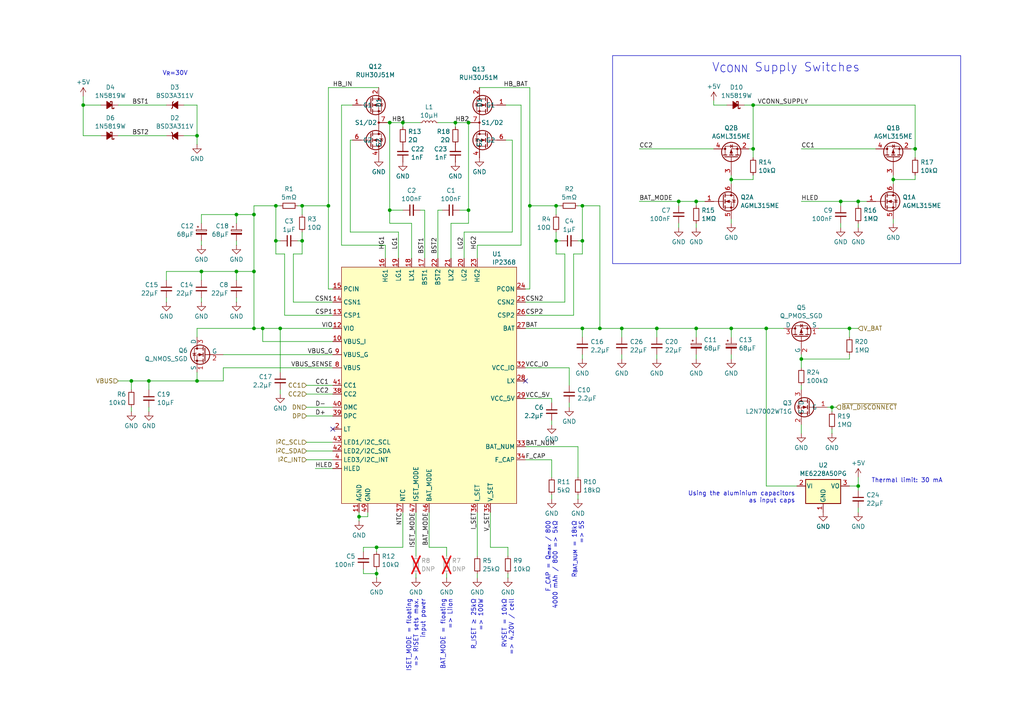
<source format=kicad_sch>
(kicad_sch (version 20241209) (generator "eeschema") (generator_version "9.0")
  (paper "A4")
  (title_block (rev "A"))
  (rectangle (start 177.673 16.129) (end 278.638 76.454))
  (text "F_CAP = Q_{max} / 800\n4000 mAh / 800 => 5kΩ" (at 160.02 151.13 90) (effects (font (size 1.27 1.27)) (justify right)))
  (text "BAT_MODE = floating\n=> LiIon" (at 129.54 173.736 90) (effects (font (size 1.27 1.27)) (justify right)))
  (text "RVSET = 10kΩ\n=> 4.20V / cell" (at 147.32 173.736 90) (effects (font (size 1.27 1.27)) (justify right)))
  (text "Thermal limit: 30 mA" (at 252.73 139.446 0) (effects (font (size 1.27 1.27)) (justify left)))
  (text "Using the aluminium capacitors\nas input caps" (at 230.632 144.272 0) (effects (font (size 1.27 1.27)) (justify right)))
  (text "ISET_MODE = floating\n=> RISET sets max.\ninput power" (at 120.65 173.736 90) (effects (font (size 1.27 1.27)) (justify right)))
  (text "DNP" (at 323.596 128.016 0) (effects (font (size 1.27 1.27))))
  (text "R_ISET ≥ 25kΩ\n=> 100W" (at 138.43 173.736 90) (effects (font (size 1.27 1.27)) (justify right)))
  (text "R_{BAT_NUM} = 18kΩ\n=> 5S" (at 167.64 151.13 90) (effects (font (size 1.27 1.27)) (justify right)))
  (text "V_{CONN} Supply Switches" (at 227.965 19.685 0) (effects (font (size 2.5 2.5))))
  (text "V_{R}=30V" (at 50.8 21.336 0) (effects (font (size 1.27 1.27))))
  (junction (at 109.22 158.75))
  (junction (at 87.63 69.85))
  (junction (at 173.99 95.25))
  (junction (at 241.3 118.11))
  (junction (at 168.91 95.25))
  (junction (at 68.58 78.74))
  (junction (at 190.5 95.25))
  (junction (at 73.66 95.25))
  (junction (at 95.25 59.69))
  (junction (at 232.41 104.14))
  (junction (at 153.67 59.69))
  (junction (at 113.03 35.56))
  (junction (at 135.89 60.96))
  (junction (at 265.43 43.18))
  (junction (at 312.42 144.78))
  (junction (at 24.13 30.48))
  (junction (at 201.93 95.25))
  (junction (at 248.92 140.97))
  (junction (at 73.66 78.74))
  (junction (at 38.1 110.49))
  (junction (at 201.93 58.42))
  (junction (at 212.09 95.25))
  (junction (at 68.58 62.23))
  (junction (at 212.09 52.07))
  (junction (at 218.44 30.48))
  (junction (at 168.91 59.69))
  (junction (at 243.84 58.42))
  (junction (at 109.22 166.37))
  (junction (at 80.01 59.69))
  (junction (at 259.08 52.07))
  (junction (at 104.14 149.86))
  (junction (at 218.44 43.18))
  (junction (at 43.18 110.49))
  (junction (at 73.66 62.23))
  (junction (at 80.01 69.85))
  (junction (at 246.38 95.25))
  (junction (at 317.5 144.78))
  (junction (at 116.84 35.56))
  (junction (at 161.29 69.85))
  (junction (at 135.89 35.56))
  (junction (at 339.09 144.78))
  (junction (at 161.29 59.69))
  (junction (at 196.85 58.42))
  (junction (at 248.92 58.42))
  (junction (at 87.63 59.69))
  (junction (at 180.34 95.25))
  (junction (at 81.28 95.25))
  (junction (at 168.91 69.85))
  (junction (at 113.03 60.96))
  (junction (at 58.42 78.74))
  (junction (at 132.08 35.56))
  (junction (at 57.15 110.49))
  (junction (at 222.25 95.25))
  (junction (at 57.15 39.37))
  (junction (at 76.2 95.25))
  (no_connect (at 152.4 110.49))
  (no_connect (at 96.52 124.46))
  (wire (pts (xy 96.52 99.06) (xy 76.2 99.06)))
  (wire (pts (xy 57.15 39.37) (xy 57.15 30.48)))
  (wire (pts (xy 217.17 43.18) (xy 218.44 43.18)))
  (wire (pts (xy 218.44 43.18) (xy 218.44 45.72)))
  (wire (pts (xy 88.9 128.27) (xy 96.52 128.27)))
  (wire (pts (xy 232.41 106.68) (xy 232.41 104.14)))
  (wire (pts (xy 248.92 64.77) (xy 248.92 66.04)))
  (wire (pts (xy 160.02 133.35) (xy 160.02 138.43)))
  (wire (pts (xy 24.13 30.48) (xy 24.13 39.37)))
  (wire (pts (xy 113.03 60.96) (xy 116.84 60.96)))
  (wire (pts (xy 165.1 116.84) (xy 165.1 118.11)))
  (wire (pts (xy 152.4 106.68) (xy 165.1 106.68)))
  (wire (pts (xy 151.13 30.48) (xy 151.13 71.12)))
  (wire (pts (xy 48.26 78.74) (xy 58.42 78.74)))
  (wire (pts (xy 57.15 107.95) (xy 57.15 110.49)))
  (wire (pts (xy 81.28 114.3) (xy 81.28 113.03)))
  (wire (pts (xy 106.68 148.59) (xy 106.68 149.86)))
  (wire (pts (xy 68.58 64.77) (xy 68.58 62.23)))
  (wire (pts (xy 82.55 73.66) (xy 82.55 91.44)))
  (wire (pts (xy 130.81 64.77) (xy 130.81 74.93)))
  (wire (pts (xy 161.29 67.31) (xy 161.29 69.85)))
  (wire (pts (xy 135.89 35.56) (xy 135.89 60.96)))
  (wire (pts (xy 312.42 151.13) (xy 312.42 152.4)))
  (wire (pts (xy 113.03 35.56) (xy 113.03 60.96)))
  (wire (pts (xy 80.01 59.69) (xy 80.01 69.85)))
  (wire (pts (xy 88.9 130.81) (xy 96.52 130.81)))
  (wire (pts (xy 168.91 102.87) (xy 168.91 104.14)))
  (wire (pts (xy 232.41 123.19) (xy 232.41 125.73)))
  (wire (pts (xy 146.685 40.64) (xy 148.59 40.64)))
  (wire (pts (xy 218.44 52.07) (xy 212.09 52.07)))
  (wire (pts (xy 246.38 95.25) (xy 248.92 95.25)))
  (wire (pts (xy 339.09 144.78) (xy 337.82 144.78)))
  (polyline (pts (xy 351.79 123.19) (xy 351.79 166.37)))
  (wire (pts (xy 64.77 106.68) (xy 64.77 110.49)))
  (wire (pts (xy 85.09 87.63) (xy 85.09 73.66)))
  (wire (pts (xy 168.91 95.25) (xy 173.99 95.25)))
  (wire (pts (xy 76.2 99.06) (xy 76.2 95.25)))
  (wire (pts (xy 222.25 95.25) (xy 227.33 95.25)))
  (wire (pts (xy 104.14 148.59) (xy 104.14 149.86)))
  (wire (pts (xy 58.42 78.74) (xy 68.58 78.74)))
  (wire (pts (xy 190.5 104.14) (xy 190.5 102.87)))
  (wire (pts (xy 167.64 144.78) (xy 167.64 143.51)))
  (wire (pts (xy 99.06 30.48) (xy 99.06 71.12)))
  (wire (pts (xy 339.09 142.24) (xy 339.09 144.78)))
  (wire (pts (xy 241.3 118.11) (xy 240.03 118.11)))
  (wire (pts (xy 160.02 144.78) (xy 160.02 143.51)))
  (wire (pts (xy 168.91 59.69) (xy 168.91 69.85)))
  (wire (pts (xy 142.24 158.75) (xy 142.24 148.59)))
  (wire (pts (xy 34.29 39.37) (xy 48.26 39.37)))
  (wire (pts (xy 58.42 87.63) (xy 58.42 86.36)))
  (wire (pts (xy 196.85 58.42) (xy 201.93 58.42)))
  (wire (pts (xy 168.91 95.25) (xy 168.91 97.79)))
  (wire (pts (xy 123.19 60.96) (xy 123.19 74.93)))
  (wire (pts (xy 112.395 35.56) (xy 113.03 35.56)))
  (wire (pts (xy 116.84 35.56) (xy 121.92 35.56)))
  (wire (pts (xy 109.22 158.75) (xy 109.22 160.02)))
  (wire (pts (xy 243.84 64.77) (xy 243.84 66.04)))
  (wire (pts (xy 243.84 58.42) (xy 248.92 58.42)))
  (wire (pts (xy 80.01 73.66) (xy 80.01 69.85)))
  (wire (pts (xy 57.15 30.48) (xy 53.34 30.48)))
  (wire (pts (xy 68.58 71.12) (xy 68.58 69.85)))
  (wire (pts (xy 168.91 73.66) (xy 166.37 73.66)))
  (wire (pts (xy 86.36 69.85) (xy 87.63 69.85)))
  (wire (pts (xy 201.93 64.77) (xy 201.93 66.04)))
  (polyline (pts (xy 299.72 123.19) (xy 351.79 123.19)))
  (wire (pts (xy 91.44 135.89) (xy 96.52 135.89)))
  (wire (pts (xy 105.41 166.37) (xy 105.41 165.1)))
  (wire (pts (xy 116.84 158.75) (xy 116.84 148.59)))
  (wire (pts (xy 201.93 58.42) (xy 201.93 59.69)))
  (wire (pts (xy 34.29 30.48) (xy 48.26 30.48)))
  (wire (pts (xy 88.9 111.76) (xy 96.52 111.76)))
  (wire (pts (xy 133.35 60.96) (xy 135.89 60.96)))
  (wire (pts (xy 312.42 144.78) (xy 312.42 146.05)))
  (wire (pts (xy 246.38 95.25) (xy 246.38 97.79)))
  (wire (pts (xy 265.43 43.18) (xy 265.43 45.72)))
  (wire (pts (xy 165.1 111.76) (xy 165.1 106.68)))
  (wire (pts (xy 53.34 39.37) (xy 57.15 39.37)))
  (wire (pts (xy 161.29 69.85) (xy 162.56 69.85)))
  (wire (pts (xy 48.26 78.74) (xy 48.26 81.28)))
  (wire (pts (xy 104.14 149.86) (xy 104.14 151.13)))
  (wire (pts (xy 138.43 71.12) (xy 138.43 74.93)))
  (wire (pts (xy 81.28 95.25) (xy 96.52 95.25)))
  (wire (pts (xy 232.41 104.14) (xy 232.41 102.87)))
  (wire (pts (xy 68.58 62.23) (xy 73.66 62.23)))
  (wire (pts (xy 246.38 102.87) (xy 246.38 104.14)))
  (wire (pts (xy 43.18 119.38) (xy 43.18 118.11)))
  (wire (pts (xy 80.01 73.66) (xy 82.55 73.66)))
  (wire (pts (xy 161.29 62.23) (xy 161.29 59.69)))
  (wire (pts (xy 246.38 104.14) (xy 232.41 104.14)))
  (wire (pts (xy 265.43 30.48) (xy 265.43 43.18)))
  (wire (pts (xy 138.43 148.59) (xy 138.43 161.29)))
  (wire (pts (xy 339.09 144.78) (xy 339.09 146.05)))
  (wire (pts (xy 248.92 138.43) (xy 248.92 140.97)))
  (wire (pts (xy 82.55 91.44) (xy 96.52 91.44)))
  (wire (pts (xy 38.1 110.49) (xy 34.29 110.49)))
  (wire (pts (xy 124.46 158.75) (xy 124.46 148.59)))
  (wire (pts (xy 85.09 73.66) (xy 87.63 73.66)))
  (wire (pts (xy 180.34 104.14) (xy 180.34 102.87)))
  (wire (pts (xy 218.44 30.48) (xy 218.44 43.18)))
  (wire (pts (xy 201.93 58.42) (xy 204.47 58.42)))
  (polyline (pts (xy 351.79 166.37) (xy 299.72 166.37)))
  (wire (pts (xy 196.85 64.77) (xy 196.85 66.04)))
  (wire (pts (xy 147.32 161.29) (xy 147.32 158.75)))
  (wire (pts (xy 135.89 64.77) (xy 135.89 60.96)))
  (wire (pts (xy 210.82 30.48) (xy 207.01 30.48)))
  (wire (pts (xy 259.08 53.34) (xy 259.08 52.07)))
  (wire (pts (xy 130.81 64.77) (xy 135.89 64.77)))
  (wire (pts (xy 243.84 58.42) (xy 243.84 59.69)))
  (wire (pts (xy 232.41 113.03) (xy 232.41 111.76)))
  (wire (pts (xy 99.06 71.12) (xy 111.76 71.12)))
  (wire (pts (xy 339.09 151.13) (xy 339.09 152.4)))
  (wire (pts (xy 105.41 158.75) (xy 109.22 158.75)))
  (wire (pts (xy 152.4 91.44) (xy 166.37 91.44)))
  (wire (pts (xy 180.34 95.25) (xy 180.34 97.79)))
  (wire (pts (xy 152.4 95.25) (xy 168.91 95.25)))
  (wire (pts (xy 68.58 78.74) (xy 73.66 78.74)))
  (wire (pts (xy 218.44 30.48) (xy 215.9 30.48)))
  (wire (pts (xy 134.62 67.31) (xy 134.62 74.93)))
  (wire (pts (xy 88.9 133.35) (xy 96.52 133.35)))
  (wire (pts (xy 105.41 160.02) (xy 105.41 158.75)))
  (wire (pts (xy 95.25 25.4) (xy 95.25 59.69)))
  (wire (pts (xy 113.03 35.56) (xy 116.84 35.56)))
  (wire (pts (xy 24.13 30.48) (xy 29.21 30.48)))
  (wire (pts (xy 147.32 158.75) (xy 142.24 158.75)))
  (wire (pts (xy 212.09 52.07) (xy 212.09 50.8)))
  (wire (pts (xy 207.01 30.48) (xy 207.01 29.21)))
  (wire (pts (xy 119.38 64.77) (xy 119.38 74.93)))
  (wire (pts (xy 43.18 110.49) (xy 38.1 110.49)))
  (wire (pts (xy 86.36 59.69) (xy 87.63 59.69)))
  (wire (pts (xy 129.54 167.64) (xy 129.54 166.37)))
  (wire (pts (xy 106.68 149.86) (xy 104.14 149.86)))
  (wire (pts (xy 242.57 118.11) (xy 241.3 118.11)))
  (wire (pts (xy 161.29 59.69) (xy 162.56 59.69)))
  (wire (pts (xy 168.91 59.69) (xy 173.99 59.69)))
  (wire (pts (xy 160.02 116.84) (xy 160.02 115.57)))
  (wire (pts (xy 312.42 144.78) (xy 312.42 142.24)))
  (wire (pts (xy 317.5 144.78) (xy 312.42 144.78)))
  (wire (pts (xy 68.58 87.63) (xy 68.58 86.36)))
  (wire (pts (xy 73.66 62.23) (xy 73.66 78.74)))
  (wire (pts (xy 196.85 58.42) (xy 196.85 59.69)))
  (wire (pts (xy 129.54 161.29) (xy 129.54 158.75)))
  (wire (pts (xy 222.25 140.97) (xy 231.14 140.97)))
  (wire (pts (xy 222.25 95.25) (xy 222.25 140.97)))
  (wire (pts (xy 153.67 59.69) (xy 161.29 59.69)))
  (wire (pts (xy 64.77 106.68) (xy 96.52 106.68)))
  (wire (pts (xy 201.93 95.25) (xy 201.93 97.79)))
  (wire (pts (xy 218.44 50.8) (xy 218.44 52.07)))
  (polyline (pts (xy 299.72 166.37) (xy 299.72 123.19)))
  (wire (pts (xy 43.18 110.49) (xy 57.15 110.49)))
  (wire (pts (xy 57.15 95.25) (xy 73.66 95.25)))
  (wire (pts (xy 173.99 95.25) (xy 180.34 95.25)))
  (wire (pts (xy 160.02 121.92) (xy 160.02 123.19)))
  (wire (pts (xy 138.43 167.64) (xy 138.43 166.37)))
  (wire (pts (xy 152.4 87.63) (xy 163.83 87.63)))
  (wire (pts (xy 320.04 148.59) (xy 317.5 148.59)))
  (wire (pts (xy 248.92 147.32) (xy 248.92 148.59)))
  (wire (pts (xy 102.235 40.64) (xy 101.6 40.64)))
  (wire (pts (xy 57.15 41.91) (xy 57.15 39.37)))
  (wire (pts (xy 161.29 69.85) (xy 161.29 73.66)))
  (wire (pts (xy 24.13 27.94) (xy 24.13 30.48)))
  (wire (pts (xy 201.93 95.25) (xy 212.09 95.25)))
  (wire (pts (xy 153.67 83.82) (xy 153.67 59.69)))
  (wire (pts (xy 73.66 78.74) (xy 73.66 95.25)))
  (wire (pts (xy 132.08 35.56) (xy 132.08 36.83)))
  (wire (pts (xy 88.9 120.65) (xy 96.52 120.65)))
  (wire (pts (xy 320.04 144.78) (xy 317.5 144.78)))
  (wire (pts (xy 58.42 78.74) (xy 58.42 81.28)))
  (wire (pts (xy 80.01 59.69) (xy 81.28 59.69)))
  (wire (pts (xy 148.59 67.31) (xy 134.62 67.31)))
  (wire (pts (xy 212.09 95.25) (xy 222.25 95.25)))
  (wire (pts (xy 167.64 69.85) (xy 168.91 69.85)))
  (wire (pts (xy 168.91 59.69) (xy 167.64 59.69)))
  (wire (pts (xy 109.22 158.75) (xy 116.84 158.75)))
  (wire (pts (xy 73.66 95.25) (xy 76.2 95.25)))
  (wire (pts (xy 87.63 59.69) (xy 87.63 62.23)))
  (wire (pts (xy 139.065 25.4) (xy 153.67 25.4)))
  (wire (pts (xy 127 60.96) (xy 127 74.93)))
  (wire (pts (xy 88.9 118.11) (xy 96.52 118.11)))
  (wire (pts (xy 166.37 73.66) (xy 166.37 91.44)))
  (wire (pts (xy 87.63 59.69) (xy 95.25 59.69)))
  (wire (pts (xy 212.09 53.34) (xy 212.09 52.07)))
  (wire (pts (xy 153.67 25.4) (xy 153.67 59.69)))
  (wire (pts (xy 232.41 43.18) (xy 254 43.18)))
  (wire (pts (xy 58.42 71.12) (xy 58.42 69.85)))
  (wire (pts (xy 259.08 64.77) (xy 259.08 63.5)))
  (wire (pts (xy 127 35.56) (xy 132.08 35.56)))
  (wire (pts (xy 173.99 59.69) (xy 173.99 95.25)))
  (wire (pts (xy 146.685 30.48) (xy 151.13 30.48)))
  (wire (pts (xy 248.92 140.97) (xy 246.38 140.97)))
  (wire (pts (xy 212.09 64.77) (xy 212.09 63.5)))
  (wire (pts (xy 151.13 71.12) (xy 138.43 71.12)))
  (wire (pts (xy 185.42 43.18) (xy 207.01 43.18)))
  (wire (pts (xy 99.06 30.48) (xy 102.235 30.48)))
  (wire (pts (xy 152.4 83.82) (xy 153.67 83.82)))
  (wire (pts (xy 241.3 118.11) (xy 241.3 119.38)))
  (wire (pts (xy 73.66 59.69) (xy 73.66 62.23)))
  (wire (pts (xy 115.57 67.31) (xy 115.57 74.93)))
  (wire (pts (xy 132.08 35.56) (xy 135.89 35.56)))
  (wire (pts (xy 68.58 78.74) (xy 68.58 81.28)))
  (wire (pts (xy 101.6 67.31) (xy 115.57 67.31)))
  (wire (pts (xy 129.54 158.75) (xy 124.46 158.75)))
  (wire (pts (xy 265.43 30.48) (xy 218.44 30.48)))
  (wire (pts (xy 87.63 73.66) (xy 87.63 69.85)))
  (wire (pts (xy 201.93 104.14) (xy 201.93 102.87)))
  (wire (pts (xy 248.92 142.24) (xy 248.92 140.97)))
  (wire (pts (xy 38.1 118.11) (xy 38.1 119.38)))
  (wire (pts (xy 57.15 95.25) (xy 57.15 97.79)))
  (wire (pts (xy 167.64 129.54) (xy 152.4 129.54)))
  (wire (pts (xy 109.22 166.37) (xy 109.22 167.64)))
  (wire (pts (xy 259.08 52.07) (xy 259.08 50.8)))
  (wire (pts (xy 212.09 104.14) (xy 212.09 102.87)))
  (wire (pts (xy 232.41 58.42) (xy 243.84 58.42)))
  (wire (pts (xy 87.63 69.85) (xy 87.63 67.31)))
  (wire (pts (xy 95.25 25.4) (xy 109.855 25.4)))
  (wire (pts (xy 148.59 40.64) (xy 148.59 67.31)))
  (wire (pts (xy 167.64 129.54) (xy 167.64 138.43)))
  (wire (pts (xy 152.4 133.35) (xy 160.02 133.35)))
  (wire (pts (xy 81.28 69.85) (xy 80.01 69.85)))
  (wire (pts (xy 113.03 64.77) (xy 113.03 60.96)))
  (wire (pts (xy 119.38 64.77) (xy 113.03 64.77)))
  (wire (pts (xy 168.91 73.66) (xy 168.91 69.85)))
  (wire (pts (xy 95.25 59.69) (xy 95.25 83.82)))
  (wire (pts (xy 237.49 95.25) (xy 246.38 95.25)))
  (wire (pts (xy 180.34 95.25) (xy 190.5 95.25)))
  (wire (pts (xy 120.65 167.64) (xy 120.65 166.37)))
  (wire (pts (xy 109.22 166.37) (xy 105.41 166.37)))
  (wire (pts (xy 147.32 167.64) (xy 147.32 166.37)))
  (wire (pts (xy 241.3 125.73) (xy 241.3 124.46)))
  (wire (pts (xy 85.09 87.63) (xy 96.52 87.63)))
  (wire (pts (xy 43.18 110.49) (xy 43.18 113.03)))
  (wire (pts (xy 96.52 83.82) (xy 95.25 83.82)))
  (wire (pts (xy 76.2 95.25) (xy 81.28 95.25)))
  (wire (pts (xy 111.76 71.12) (xy 111.76 74.93)))
  (wire (pts (xy 248.92 58.42) (xy 251.46 58.42)))
  (wire (pts (xy 58.42 64.77) (xy 58.42 62.23)))
  (wire (pts (xy 248.92 58.42) (xy 248.92 59.69)))
  (wire (pts (xy 128.27 60.96) (xy 127 60.96)))
  (wire (pts (xy 185.42 58.42) (xy 196.85 58.42)))
  (wire (pts (xy 265.43 50.8) (xy 265.43 52.07)))
  (wire (pts (xy 24.13 39.37) (xy 29.21 39.37)))
  (wire (pts (xy 116.84 35.56) (xy 116.84 36.83)))
  (wire (pts (xy 190.5 95.25) (xy 201.93 95.25)))
  (wire (pts (xy 57.15 110.49) (xy 64.77 110.49)))
  (wire (pts (xy 160.02 115.57) (xy 152.4 115.57)))
  (wire (pts (xy 121.92 60.96) (xy 123.19 60.96)))
  (wire (pts (xy 73.66 59.69) (xy 80.01 59.69)))
  (wire (pts (xy 190.5 95.25) (xy 190.5 97.79)))
  (wire (pts (xy 212.09 95.25) (xy 212.09 97.79)))
  (wire (pts (xy 265.43 52.07) (xy 259.08 52.07)))
  (wire (pts (xy 101.6 40.64) (xy 101.6 67.31)))
  (wire (pts (xy 264.16 43.18) (xy 265.43 43.18)))
  (wire (pts (xy 328.93 156.21) (xy 328.93 154.94)))
  (wire (pts (xy 58.42 62.23) (xy 68.58 62.23)))
  (wire (pts (xy 38.1 110.49) (xy 38.1 113.03)))
  (wire (pts (xy 48.26 87.63) (xy 48.26 86.36)))
  (wire (pts (xy 161.29 73.66) (xy 163.83 73.66)))
  (wire (pts (xy 135.89 35.56) (xy 136.525 35.56)))
  (wire (pts (xy 163.83 87.63) (xy 163.83 73.66)))
  (wire (pts (xy 88.9 114.3) (xy 96.52 114.3)))
  (wire (pts (xy 64.77 102.87) (xy 96.52 102.87)))
  (wire (pts (xy 317.5 148.59) (xy 317.5 144.78)))
  (wire (pts (xy 109.22 165.1) (xy 109.22 166.37)))
  (wire (pts (xy 81.28 107.95) (xy 81.28 95.25)))
  (wire (pts (xy 120.65 161.29) (xy 120.65 148.59)))
  (label "HB_IN" (at 96.52 25.4 0))
  (label "CSP1" (at 96.52 91.44 180))
  (label "BAT_NUM" (at 152.4 129.54 0))
  (label "HG2" (at 138.43 72.39 90))
  (label "BST1" (at 123.19 73.66 90))
  (label "CSN1" (at 96.52 87.63 180))
  (label "VBUS_G" (at 96.52 102.87 180))
  (label "CSP2" (at 152.4 91.44 0))
  (label "V_SET" (at 142.24 148.59 270))
  (label "BAT_MODE" (at 124.46 148.59 270))
  (label "CSN2" (at 152.4 87.63 0))
  (label "I_SET" (at 138.43 148.59 270))
  (label "BAT_MODE" (at 185.42 58.42 0))
  (label "LG2" (at 134.62 72.39 90))
  (label "ISET_MODE" (at 120.65 148.59 270))
  (label "HB1" (at 113.665 35.56 0))
  (label "HLED" (at 91.44 135.89 0))
  (label "CC2" (at 185.42 43.18 0))
  (label "VCONN_SUPPLY" (at 219.71 30.48 0))
  (label "HB_BAT" (at 146.05 25.4 0))
  (label "LG1" (at 115.57 72.39 90))
  (label "CC1" (at 91.44 111.76 0))
  (label "VCC_5V" (at 152.4 115.57 0))
  (label "BST1" (at 43.18 30.48 180))
  (label "D-" (at 91.44 118.11 0))
  (label "CC1" (at 232.41 43.18 0))
  (label "HB2" (at 132.08 35.56 0))
  (label "VBUS_SENSE" (at 96.52 106.68 180))
  (label "D+" (at 91.44 120.65 0))
  (label "BST2" (at 43.18 39.37 180))
  (label "F_CAP" (at 152.4 133.35 0))
  (label "NTC" (at 116.84 148.59 270))
  (label "BST2" (at 127 73.66 90))
  (label "HLED" (at 232.41 58.42 0))
  (label "HG1" (at 111.76 72.39 90))
  (label "BAT" (at 152.4 95.25 0))
  (label "CC2" (at 91.44 114.3 0))
  (label "VIO" (at 96.52 95.25 180))
  (label "VCC_IO" (at 152.4 106.68 0))
  (hierarchical_label "V_BAT" (shape input) (at 248.92 95.25 0))
  (hierarchical_label "CC2" (shape input) (at 88.9 114.3 180))
  (hierarchical_label "I^{2}C_SCL" (shape input) (at 88.9 128.27 180))
  (hierarchical_label "CC1" (shape input) (at 88.9 111.76 180))
  (hierarchical_label "I^{2}C_SDA" (shape input) (at 88.9 130.81 180))
  (hierarchical_label "VBUS" (shape input) (at 34.29 110.49 180))
  (hierarchical_label "~{BAT_DISCONNECT}" (shape input) (at 242.57 118.11 0))
  (hierarchical_label "DP" (shape input) (at 88.9 120.65 180))
  (hierarchical_label "I^{2}C_INT" (shape input) (at 88.9 133.35 180))
  (hierarchical_label "DN" (shape input) (at 88.9 118.11 180))
  (symbol (lib_id "Device:L_Small") (at 124.46 35.56 270) (mirror x) (unit 1)
    (property "Reference" "L1" (at 124.46 31.0367 90))
    (property "Value" "10µH" (at 124.46 33.461 90))
    (property "Footprint" "Franz-Lib:7443762504100" (effects (hide yes)))
    (property "Description" "Inductor, small symbol" (effects (hide yes)))
  )
  (symbol (lib_id "power:GND") (at 248.92 66.04 0) (unit 1)
    (property "Reference" "#PWR016" (effects (hide yes)))
    (property "Value" "GND" (at 248.92 70.1731 0))
    (property "Description" "Power symbol creates a global label with name \"GND\" , ground" (effects (hide yes)))
  )
  (symbol (lib_id "Device:C_Small") (at 165.1 69.85 90) (mirror x) (unit 1)
    (property "Reference" "C4" (at 165.1063 64.1434 90))
    (property "Value" "1µF" (at 165.1063 66.5677 90))
    (property "Footprint" "Franz-Lib:C_0402_1005Metric_NoSilk" (effects (hide yes)))
    (property "Description" "Unpolarized capacitor, small symbol" (effects (hide yes)))
  )
  (symbol (lib_id "power:GND") (at 48.26 87.63 0) (unit 1)
    (property "Reference" "#PWR040" (effects (hide yes)))
    (property "Value" "GND" (at 48.26 91.7631 0))
    (property "Description" "Power symbol creates a global label with name \"GND\" , ground" (effects (hide yes)))
  )
  (symbol (lib_id "power:GND") (at 132.08 46.99 0) (unit 1)
    (property "Reference" "#PWR046" (effects (hide yes)))
    (property "Value" "GND" (at 132.08 51.1231 0))
    (property "Description" "Power symbol creates a global label with name \"GND\" , ground" (effects (hide yes)))
  )
  (symbol (lib_id "Franz-Lib:IP2368") (at 124.46 120.65 0) (unit 1)
    (property "Reference" "U1" (at 142.748 73.66 0) (effects (justify left)))
    (property "Value" "IP2368" (at 142.748 76.0843 0) (effects (justify left)))
    (property "Footprint" "Franz-Lib:QFN-48-1EP_7x7mm_P0.5mm_EP5.45x5.45mm_NoSilk" (effects (hide yes)))
    (property "Datasheet" "http://www.chipsourcetek.com/DataSheet/IP2368_v1.35.pdf" (effects (hide yes)))
    (property "Description" "Buck Boost PD3.0 2-6s LiIon Charging IC" (effects (hide yes)))
  )
  (symbol (lib_id "Device:R_Small") (at 248.92 62.23 180) (unit 1)
    (property "Reference" "R16" (at 250.4186 61.0179 0) (effects (justify right)))
    (property "Value" "1MΩ" (at 250.4186 63.4421 0) (effects (justify right)))
    (property "Footprint" "Franz-Lib:R_0402_1005Metric_NoSilk" (effects (hide yes)))
    (property "Description" "Resistor, small symbol" (effects (hide yes)))
  )
  (symbol (lib_id "power:GND") (at 57.15 41.91 0) (unit 1)
    (property "Reference" "#PWR049" (effects (hide yes)))
    (property "Value" "GND" (at 57.15 46.0431 0))
    (property "Description" "Power symbol creates a global label with name \"GND\" , ground" (effects (hide yes)))
  )
  (symbol (lib_id "Device:Q_NMOS_SGD") (at 59.69 102.87 0) (mirror y) (unit 1)
    (property "Reference" "Q6" (at 54.4831 101.6578 0) (effects (justify left)))
    (property "Value" "Q_NMOS_SGD" (at 54.4831 104.0821 0) (effects (justify left)))
    (property "Footprint" "Franz-Lib:WDFN8_NoSilk" (effects (hide yes)))
    (property "Description" "N-MOSFET transistor, source/gate/drain" (effects (hide yes)))
  )
  (symbol (lib_id "Device:C_Small") (at 116.84 44.45 180) (unit 1)
    (property "Reference" "C22" (at 119.1641 43.2314 0) (effects (justify right)))
    (property "Value" "1nF" (at 119.1641 45.6557 0) (effects (justify right)))
    (property "Footprint" "Franz-Lib:C_0402_1005Metric_NoSilk" (effects (hide yes)))
    (property "Description" "Unpolarized capacitor, small symbol" (effects (hide yes)))
  )
  (symbol (lib_id "Device:C_Small") (at 243.84 62.23 0) (mirror y) (unit 1)
    (property "Reference" "C9" (at 241.516 61.0241 0) (effects (justify left)))
    (property "Value" "100nF" (at 241.516 63.4484 0) (effects (justify left)))
    (property "Footprint" "Franz-Lib:C_0402_1005Metric_NoSilk" (effects (hide yes)))
    (property "Description" "Unpolarized capacitor, small symbol" (effects (hide yes)))
  )
  (symbol (lib_id "Device:R_Small") (at 116.84 39.37 180) (unit 1)
    (property "Reference" "R13" (at 118.3386 38.1578 0) (effects (justify right)))
    (property "Value" "2Ω" (at 118.3386 40.5821 0) (effects (justify right)))
    (property "Footprint" "Franz-Lib:R_0402_1005Metric_NoSilk" (effects (hide yes)))
    (property "Description" "Resistor, small symbol" (effects (hide yes)))
  )
  (symbol (lib_id "power:GND") (at 138.43 167.64 0) (unit 1)
    (property "Reference" "#PWR029" (effects (hide yes)))
    (property "Value" "GND" (at 138.43 171.7731 0))
    (property "Description" "Power symbol creates a global label with name \"GND\" , ground" (effects (hide yes)))
  )
  (symbol (lib_id "Device:R_Small") (at 246.38 100.33 180) (unit 1)
    (property "Reference" "R20" (at 247.8786 99.1179 0) (effects (justify right)))
    (property "Value" "1MΩ" (at 247.8786 101.5421 0) (effects (justify right)))
    (property "Footprint" "Franz-Lib:R_0402_1005Metric_NoSilk" (effects (hide yes)))
    (property "Description" "Resistor, small symbol" (effects (hide yes)))
  )
  (symbol (lib_id "Device:R_Small") (at 160.02 140.97 180) (unit 1)
    (property "Reference" "R11" (at 161.5186 139.7578 0) (effects (justify right)))
    (property "Value" "5kΩ" (at 161.5186 142.1821 0) (effects (justify right)))
    (property "Footprint" "Franz-Lib:R_0402_1005Metric_NoSilk" (effects (hide yes)))
    (property "Description" "Resistor, small symbol" (effects (hide yes)))
  )
  (symbol (lib_id "power:GND") (at 167.64 144.78 0) (unit 1)
    (property "Reference" "#PWR032" (effects (hide yes)))
    (property "Value" "GND" (at 167.64 148.9131 0))
    (property "Description" "Power symbol creates a global label with name \"GND\" , ground" (effects (hide yes)))
  )
  (symbol (lib_id "Device:C_Small") (at 132.08 44.45 0) (mirror x) (unit 1)
    (property "Reference" "C23" (at 129.7559 43.2314 0) (effects (justify right)))
    (property "Value" "1nF" (at 129.7559 45.6557 0) (effects (justify right)))
    (property "Footprint" "Franz-Lib:C_0402_1005Metric_NoSilk" (effects (hide yes)))
    (property "Description" "Unpolarized capacitor, small symbol" (effects (hide yes)))
  )
  (symbol (lib_id "Device:R_Small") (at 38.1 115.57 0) (mirror x) (unit 1)
    (property "Reference" "R6" (at 36.6014 114.3578 0) (effects (justify right)))
    (property "Value" "10kΩ" (at 36.6014 116.7821 0) (effects (justify right)))
    (property "Footprint" "Franz-Lib:R_0402_1005Metric_NoSilk" (effects (hide yes)))
    (property "Description" "Resistor, small symbol" (effects (hide yes)))
  )
  (symbol (lib_id "Regulator_Linear:MCP1700x-180xxMB") (at 238.76 140.97 0) (unit 1)
    (property "Reference" "U2" (at 238.76 134.9205 0))
    (property "Value" "ME6228A50PG" (at 238.76 137.3448 0))
    (property "Footprint" "Franz-Lib:SOT-89-3_NoSilk" (effects (hide yes)))
    (property "Datasheet" "https://www.lcsc.com/datasheet/lcsc_datasheet_1912111437_MICRONE-Nanjing-Micro-One-Elec-ME6228A50PG_C427605.pdf" (effects (hide yes)))
    (property "Description" "150mA Fixed 5V Positive electrode 30V SOT-89-3 Linear Voltage Regulators (LDO) ROHS" (effects (hide yes)))
  )
  (symbol (lib_id "Device:C_Small") (at 119.38 60.96 90) (mirror x) (unit 1)
    (property "Reference" "C2" (at 119.3863 55.2534 90))
    (property "Value" "100nF" (at 119.3863 57.6777 90))
    (property "Footprint" "Franz-Lib:C_0402_1005Metric_NoSilk" (effects (hide yes)))
    (property "Description" "Unpolarized capacitor, small symbol" (effects (hide yes)))
  )
  (symbol (lib_id "power:GND") (at 160.02 144.78 0) (unit 1)
    (property "Reference" "#PWR031" (effects (hide yes)))
    (property "Value" "GND" (at 160.02 148.9131 0))
    (property "Description" "Power symbol creates a global label with name \"GND\" , ground" (effects (hide yes)))
  )
  (symbol (lib_id "Device:R_Small") (at 138.43 163.83 180) (unit 1)
    (property "Reference" "R5" (at 139.9286 162.6178 0) (effects (justify right)))
    (property "Value" "25kΩ" (at 139.9286 165.0421 0) (effects (justify right)))
    (property "Footprint" "Franz-Lib:R_0402_1005Metric_NoSilk" (effects (hide yes)))
    (property "Description" "Resistor, small symbol" (effects (hide yes)))
  )
  (symbol (lib_id "power:GND") (at 160.02 123.19 0) (unit 1)
    (property "Reference" "#PWR035" (effects (hide yes)))
    (property "Value" "GND" (at 160.02 127.3231 0))
    (property "Description" "Power symbol creates a global label with name \"GND\" , ground" (effects (hide yes)))
  )
  (symbol (lib_id "power:GND") (at 243.84 66.04 0) (unit 1)
    (property "Reference" "#PWR014" (effects (hide yes)))
    (property "Value" "GND" (at 243.84 70.1731 0))
    (property "Description" "Power symbol creates a global label with name \"GND\" , ground" (effects (hide yes)))
  )
  (symbol (lib_id "Device:C_Small") (at 83.82 69.85 90) (mirror x) (unit 1)
    (property "Reference" "C3" (at 83.8263 64.1434 90))
    (property "Value" "1µF" (at 83.8263 66.5677 90))
    (property "Footprint" "Franz-Lib:C_0402_1005Metric_NoSilk" (effects (hide yes)))
    (property "Description" "Unpolarized capacitor, small symbol" (effects (hide yes)))
  )
  (symbol (lib_id "power:GND") (at 196.85 66.04 0) (unit 1)
    (property "Reference" "#PWR010" (effects (hide yes)))
    (property "Value" "GND" (at 196.85 70.1731 0))
    (property "Description" "Power symbol creates a global label with name \"GND\" , ground" (effects (hide yes)))
  )
  (symbol (lib_id "Device:R_Small") (at 161.29 64.77 0) (mirror x) (unit 1)
    (property "Reference" "R4" (at 159.7914 63.5579 0) (effects (justify right)))
    (property "Value" "10Ω" (at 159.7914 65.9821 0) (effects (justify right)))
    (property "Footprint" "Franz-Lib:R_0402_1005Metric_NoSilk" (effects (hide yes)))
    (property "Description" "Resistor, small symbol" (effects (hide yes)))
  )
  (symbol (lib_id "power:GND") (at 168.91 104.14 0) (mirror y) (unit 1)
    (property "Reference" "#PWR025" (effects (hide yes)))
    (property "Value" "GND" (at 168.91 108.2731 0))
    (property "Description" "Power symbol creates a global label with name \"GND\" , ground" (effects (hide yes)))
  )
  (symbol (lib_id "power:GND") (at 58.42 87.63 0) (unit 1)
    (property "Reference" "#PWR039" (effects (hide yes)))
    (property "Value" "GND" (at 58.42 91.7631 0))
    (property "Description" "Power symbol creates a global label with name \"GND\" , ground" (effects (hide yes)))
  )
  (symbol (lib_id "Device:R_Small") (at 120.65 163.83 180) (unit 1) (on_board no) (dnp yes)
    (property "Reference" "R8" (at 122.1486 162.6178 0) (effects (justify right)))
    (property "Value" "DNP" (at 122.1486 165.0421 0) (effects (justify right)))
    (property "Footprint" "Franz-Lib:R_0402_1005Metric_NoSilk_DNP" (effects (hide yes)))
    (property "Description" "Resistor, small symbol" (effects (hide yes)))
  )
  (symbol (lib_id "power:GND") (at 180.34 104.14 0) (mirror y) (unit 1)
    (property "Reference" "#PWR053" (effects (hide yes)))
    (property "Value" "GND" (at 180.34 108.2731 0))
    (property "Description" "Power symbol creates a global label with name \"GND\" , ground" (effects (hide yes)))
  )
  (symbol (lib_id "Device:R_Small") (at 241.3 121.92 180) (unit 1)
    (property "Reference" "R19" (at 242.7986 120.7079 0) (effects (justify right)))
    (property "Value" "1MΩ" (at 242.7986 123.1321 0) (effects (justify right)))
    (property "Footprint" "Franz-Lib:R_0402_1005Metric_NoSilk" (effects (hide yes)))
    (property "Description" "Resistor, small symbol" (effects (hide yes)))
  )
  (symbol (lib_id "Device:R_Small") (at 129.54 163.83 180) (unit 1) (on_board no) (dnp yes)
    (property "Reference" "R7" (at 131.0386 162.6178 0) (effects (justify right)))
    (property "Value" "DNP" (at 131.0386 165.0421 0) (effects (justify right)))
    (property "Footprint" "Franz-Lib:R_0402_1005Metric_NoSilk_DNP" (effects (hide yes)))
    (property "Description" "Resistor, small symbol" (effects (hide yes)))
  )
  (symbol (lib_id "Device:C_Small") (at 160.02 119.38 0) (mirror y) (unit 1)
    (property "Reference" "C6" (at 157.6959 118.1741 0) (effects (justify left)))
    (property "Value" "2.2µF" (at 157.6959 120.5984 0) (effects (justify left)))
    (property "Footprint" "Franz-Lib:C_0402_1005Metric_NoSilk" (effects (hide yes)))
    (property "Description" "Unpolarized capacitor, small symbol" (effects (hide yes)))
  )
  (symbol (lib_id "Device:R_Small") (at 167.64 140.97 180) (unit 1)
    (property "Reference" "R10" (at 169.1386 139.7578 0) (effects (justify right)))
    (property "Value" "18kΩ" (at 169.1386 142.1821 0) (effects (justify right)))
    (property "Footprint" "Franz-Lib:R_0402_1005Metric_NoSilk" (effects (hide yes)))
    (property "Description" "Resistor, small symbol" (effects (hide yes)))
  )
  (symbol (lib_id "power:+3.3V") (at 339.09 142.24 0) (unit 1)
    (property "Reference" "#PWR061" (effects (hide yes)))
    (property "Value" "+3.3V" (at 339.09 138.1069 0))
    (property "Description" "Power symbol creates a global label with name \"+3.3V\"" (effects (hide yes)))
  )
  (symbol (lib_id "Device:Q_PMOS_SGD") (at 232.41 97.79 90) (unit 1)
    (property "Reference" "Q5" (at 232.41 89.2005 90))
    (property "Value" "Q_PMOS_SGD" (at 232.41 91.6248 90))
    (property "Footprint" "Franz-Lib:WDFN8_NoSilk" (effects (hide yes)))
    (property "Description" "P-MOSFET transistor, source/gate/drain" (effects (hide yes)))
  )
  (symbol (lib_id "Device:C_Small") (at 190.5 100.33 0) (unit 1)
    (property "Reference" "C20" (at 192.8241 99.1241 0) (effects (justify left)))
    (property "Value" "22µF" (at 192.8241 101.5484 0) (effects (justify left)))
    (property "Footprint" "Franz-Lib:C_0805_2012Metric_NoSilk" (effects (hide yes)))
    (property "Description" "Unpolarized capacitor, small symbol" (effects (hide yes)))
  )
  (symbol (lib_id "power:+5V") (at 312.42 142.24 0) (unit 1)
    (property "Reference" "#PWR060" (effects (hide yes)))
    (property "Value" "+5V" (at 312.42 138.1069 0))
    (property "Description" "Power symbol creates a global label with name \"+5V\"" (effects (hide yes)))
  )
  (symbol (lib_id "Device:D_Schottky_Small_Filled") (at 31.75 39.37 180) (unit 1)
    (property "Reference" "D6" (at 32.004 34.2095 0))
    (property "Value" "1N5819W" (at 32.004 36.6338 0))
    (property "Footprint" "Franz-Lib:D_SOD-323_SmallSilk" (effects (hide yes)))
    (property "Description" "Schottky diode, small symbol, filled shape" (effects (hide yes)))
  )
  (symbol (lib_id "Franz-Lib:AGML315ME") (at 259.08 45.72 270) (mirror x) (unit 2)
    (property "Reference" "Q1" (at 259.08 37.1305 90))
    (property "Value" "AGML315ME" (at 259.08 39.5548 90))
    (property "Footprint" "Franz-Lib:SOT-23-6_NoSilk" (effects (hide yes)))
    (property "Datasheet" "https://www.lcsc.com/datasheet/lcsc_datasheet_2310121803_AGM-Semi-AGML315ME_C18221386.pdf" (effects (hide yes)))
    (property "Description" "30V 1.28W 900mV@250uA 1PCSN-Channel&1PCSP-Channel SOT-23-6L MOSFETs ROHS " (effects (hide yes)))
  )
  (symbol (lib_name "RUH30J51M_1") (lib_id "Franz-Lib:RUH30J51M") (at 107.315 35.56 0) (unit 1)
    (property "Reference" "Q12" (at 108.839 19.304 0))
    (property "Value" "RUH30J51M" (at 108.839 21.7283 0))
    (property "Footprint" "Franz-Lib:DFN-8_L6.0-W5.0-P1.27_AON6938" (effects (hide yes)))
    (property "Datasheet" "https://datasheet.lcsc.com/lcsc/2206141530_Shenzhen-ruichips-Semicon-RUH30J51M_C3019595.pdf" (effects (hide yes)))
    (property "Description" "Dual Symmetric N-Channel MOSFET 30V 50A " (effects (hide yes)))
  )
  (symbol (lib_id "Device:C_Polarized_Small") (at 212.09 100.33 0) (unit 1)
    (property "Reference" "C13" (at 214.249 98.5717 0) (effects (justify left)))
    (property "Value" "68µF" (at 214.249 100.996 0) (effects (justify left)))
    (property "Footprint" "Franz-Lib:CP_Elec_6.3x6.0" (effects (hide yes)))
    (property "Description" "Polarized capacitor, small symbol" (effects (hide yes)))
  )
  (symbol (lib_id "power:GND") (at 165.1 118.11 0) (mirror y) (unit 1)
    (property "Reference" "#PWR036" (effects (hide yes)))
    (property "Value" "GND" (at 165.1 122.2431 0))
    (property "Description" "Power symbol creates a global label with name \"GND\" , ground" (effects (hide yes)))
  )
  (symbol (lib_id "power:GND") (at 328.93 156.21 0) (unit 1)
    (property "Reference" "#PWR059" (effects (hide yes)))
    (property "Value" "GND" (at 328.93 160.3431 0))
    (property "Description" "Power symbol creates a global label with name \"GND\" , ground" (effects (hide yes)))
  )
  (symbol (lib_id "Device:C_Small") (at 248.92 144.78 0) (mirror y) (unit 1)
    (property "Reference" "C24" (at 251.2441 143.5741 0) (effects (justify right)))
    (property "Value" "22µF" (at 251.2441 145.9984 0) (effects (justify right)))
    (property "Footprint" "Franz-Lib:C_0603_1608Metric_NoSilk" (effects (hide yes)))
    (property "Description" "Unpolarized capacitor, small symbol" (effects (hide yes)))
  )
  (symbol (lib_id "power:GND") (at 38.1 119.38 0) (unit 1)
    (property "Reference" "#PWR026" (effects (hide yes)))
    (property "Value" "GND" (at 38.1 123.5131 0))
    (property "Description" "Power symbol creates a global label with name \"GND\" , ground" (effects (hide yes)))
  )
  (symbol (lib_id "Device:R_Small") (at 83.82 59.69 90) (unit 1)
    (property "Reference" "R1" (at 83.82 54.8091 90))
    (property "Value" "5mΩ" (at 83.82 57.2333 90))
    (property "Footprint" "Franz-Lib:R_1206_3216Metric_NoSilk" (effects (hide yes)))
    (property "Description" "Resistor, small symbol" (effects (hide yes)))
  )
  (symbol (lib_id "power:GND") (at 259.08 64.77 0) (unit 1)
    (property "Reference" "#PWR018" (effects (hide yes)))
    (property "Value" "GND" (at 259.08 68.9031 0))
    (property "Description" "Power symbol creates a global label with name \"GND\" , ground" (effects (hide yes)))
  )
  (symbol (lib_id "power:GND") (at 139.065 45.72 0) (unit 1)
    (property "Reference" "#PWR07" (effects (hide yes)))
    (property "Value" "GND" (at 139.065 49.8531 0))
    (property "Description" "Power symbol creates a global label with name \"GND\" , ground" (effects (hide yes)))
  )
  (symbol (lib_id "Device:D_Schottky_Small_Filled") (at 31.75 30.48 180) (unit 1)
    (property "Reference" "D4" (at 32.004 25.3195 0))
    (property "Value" "1N5819W" (at 32.004 27.7438 0))
    (property "Footprint" "Franz-Lib:D_SOD-323_SmallSilk" (effects (hide yes)))
    (property "Description" "Schottky diode, small symbol, filled shape" (effects (hide yes)))
  )
  (symbol (lib_id "power:GND") (at 212.09 104.14 0) (mirror y) (unit 1)
    (property "Reference" "#PWR028" (effects (hide yes)))
    (property "Value" "GND" (at 212.09 108.2731 0))
    (property "Description" "Power symbol creates a global label with name \"GND\" , ground" (effects (hide yes)))
  )
  (symbol (lib_id "Device:R_Small") (at 201.93 62.23 180) (unit 1)
    (property "Reference" "R15" (at 203.4286 61.0179 0) (effects (justify right)))
    (property "Value" "1MΩ" (at 203.4286 63.4421 0) (effects (justify right)))
    (property "Footprint" "Franz-Lib:R_0402_1005Metric_NoSilk" (effects (hide yes)))
    (property "Description" "Resistor, small symbol" (effects (hide yes)))
  )
  (symbol (lib_id "power:GND") (at 120.65 167.64 0) (unit 1)
    (property "Reference" "#PWR09" (effects (hide yes)))
    (property "Value" "GND" (at 120.65 171.7731 0))
    (property "Description" "Power symbol creates a global label with name \"GND\" , ground" (effects (hide yes)))
  )
  (symbol (lib_id "Device:C_Small") (at 58.42 83.82 0) (mirror y) (unit 1)
    (property "Reference" "C14" (at 56.0959 82.6141 0) (effects (justify left)))
    (property "Value" "22µF" (at 56.0959 85.0384 0) (effects (justify left)))
    (property "Footprint" "Franz-Lib:C_0805_2012Metric_NoSilk" (effects (hide yes)))
    (property "Description" "Unpolarized capacitor, small symbol" (effects (hide yes)))
  )
  (symbol (lib_id "Device:C_Small") (at 48.26 83.82 0) (mirror y) (unit 1)
    (property "Reference" "C15" (at 45.9359 82.6141 0) (effects (justify left)))
    (property "Value" "22µF" (at 45.9359 85.0384 0) (effects (justify left)))
    (property "Footprint" "Franz-Lib:C_0805_2012Metric_NoSilk" (effects (hide yes)))
    (property "Description" "Unpolarized capacitor, small symbol" (effects (hide yes)))
  )
  (symbol (lib_id "Franz-Lib:DS8561-33D4") (at 328.93 147.32 0) (unit 1) (in_bom no) (dnp yes)
    (property "Reference" "U3" (at 328.93 138.2225 0))
    (property "Value" "DS8561-33D4" (at 328.93 140.6468 0))
    (property "Footprint" "Franz-Lib:UDFN-4-1EP_1x1mm_P0.65mm_EP0.48x0.48mm_NoSilk_DNP" (effects (hide yes)))
    (property "Datasheet" "https://www.lcsc.com/datasheet/lcsc_datasheet_2305121704_DSTECH-DS8561-33D4_C5795642.pdf" (effects (hide yes)))
    (property "Description" "75dB@(1kHz) 300mA null 3.3V Positive electrode DFN1x1-4L Linear Voltage Regulators (LDO) ROHS " (effects (hide yes)))
  )
  (symbol (lib_id "Device:R_Small") (at 218.44 48.26 180) (unit 1)
    (property "Reference" "R14" (at 219.9386 47.0479 0) (effects (justify right)))
    (property "Value" "10kΩ" (at 219.9386 49.4721 0) (effects (justify right)))
    (property "Footprint" "Franz-Lib:R_0402_1005Metric_NoSilk" (effects (hide yes)))
    (property "Description" "Resistor, small symbol" (effects (hide yes)))
  )
  (symbol (lib_id "Franz-Lib:TVS_Small_Filled_Unidirectional") (at 50.8 39.37 0) (unit 1)
    (property "Reference" "D2" (at 50.673 34.2095 0))
    (property "Value" "BSD3A311V" (at 50.673 36.6338 0))
    (property "Footprint" "Franz-Lib:D_SOD-323_SmallSilk" (effects (hide yes)))
    (property "Description" "Diode, small symbol, filled shape" (effects (hide yes)))
  )
  (symbol (lib_id "Device:R_Small") (at 147.32 163.83 180) (unit 1)
    (property "Reference" "R9" (at 148.8186 162.6178 0) (effects (justify right)))
    (property "Value" "10kΩ" (at 148.8186 165.0421 0) (effects (justify right)))
    (property "Footprint" "Franz-Lib:R_0402_1005Metric_NoSilk" (effects (hide yes)))
    (property "Description" "Resistor, small symbol" (effects (hide yes)))
  )
  (symbol (lib_id "power:GND") (at 201.93 66.04 0) (unit 1)
    (property "Reference" "#PWR011" (effects (hide yes)))
    (property "Value" "GND" (at 201.93 70.1731 0))
    (property "Description" "Power symbol creates a global label with name \"GND\" , ground" (effects (hide yes)))
  )
  (symbol (lib_id "Device:C_Small") (at 43.18 115.57 0) (mirror y) (unit 1)
    (property "Reference" "C19" (at 45.5041 114.3641 0) (effects (justify right)))
    (property "Value" "10µF" (at 45.5041 116.7884 0) (effects (justify right)))
    (property "Footprint" "Franz-Lib:C_0603_1608Metric_NoSilk" (effects (hide yes)))
    (property "Description" "Unpolarized capacitor, small symbol" (effects (hide yes)))
  )
  (symbol (lib_id "power:GND") (at 116.84 46.99 0) (unit 1)
    (property "Reference" "#PWR047" (effects (hide yes)))
    (property "Value" "GND" (at 116.84 51.1231 0))
    (property "Description" "Power symbol creates a global label with name \"GND\" , ground" (effects (hide yes)))
  )
  (symbol (lib_id "power:GND") (at 81.28 114.3 0) (mirror y) (unit 1)
    (property "Reference" "#PWR043" (effects (hide yes)))
    (property "Value" "GND" (at 81.28 118.4331 0))
    (property "Description" "Power symbol creates a global label with name \"GND\" , ground" (effects (hide yes)))
  )
  (symbol (lib_id "Device:R_Small") (at 109.22 162.56 0) (unit 1)
    (property "Reference" "R12" (at 110.7186 161.3478 0) (effects (justify left)))
    (property "Value" "10kΩ" (at 110.7186 163.7721 0) (effects (justify left)))
    (property "Footprint" "Franz-Lib:R_0402_1005Metric_NoSilk" (effects (hide yes)))
    (property "Description" "Resistor, small symbol" (effects (hide yes)))
  )
  (symbol (lib_id "Device:C_Polarized_Small") (at 68.58 67.31 0) (unit 1)
    (property "Reference" "C18" (at 66.421 65.5517 0) (effects (justify right)))
    (property "Value" "68µF" (at 66.421 67.976 0) (effects (justify right)))
    (property "Footprint" "Franz-Lib:CP_Elec_6.3x6.0" (effects (hide yes)))
    (property "Description" "Polarized capacitor, small symbol" (effects (hide yes)))
  )
  (symbol (lib_id "Device:C_Small") (at 339.09 148.59 0) (unit 1) (in_bom no) (dnp yes)
    (property "Reference" "C21" (at 341.4141 147.3841 0) (effects (justify left)))
    (property "Value" "2.2µF" (at 341.4141 149.8084 0) (effects (justify left)))
    (property "Footprint" "Franz-Lib:C_0402_1005Metric_NoSilk_DNP" (effects (hide yes)))
    (property "Description" "Unpolarized capacitor, small symbol" (effects (hide yes)))
  )
  (symbol (lib_id "Device:C_Small") (at 180.34 100.33 0) (unit 1)
    (property "Reference" "C26" (at 182.6641 99.1241 0) (effects (justify left)))
    (property "Value" "22µF" (at 182.6641 101.5484 0) (effects (justify left)))
    (property "Footprint" "Franz-Lib:C_0805_2012Metric_NoSilk" (effects (hide yes)))
    (property "Description" "Unpolarized capacitor, small symbol" (effects (hide yes)))
  )
  (symbol (lib_id "Franz-Lib:TVS_Small_Filled_Unidirectional") (at 50.8 30.48 0) (mirror x) (unit 1)
    (property "Reference" "D3" (at 50.673 25.3195 0))
    (property "Value" "BSD3A311V" (at 50.673 27.7438 0))
    (property "Footprint" "Franz-Lib:D_SOD-323_SmallSilk" (effects (hide yes)))
    (property "Description" "Diode, small symbol, filled shape" (effects (hide yes)))
  )
  (symbol (lib_id "Device:C_Small") (at 105.41 162.56 0) (mirror y) (unit 1)
    (property "Reference" "C5" (at 103.0859 161.3541 0) (effects (justify left)))
    (property "Value" "100nF" (at 103.0859 163.7784 0) (effects (justify left)))
    (property "Footprint" "Franz-Lib:C_0402_1005Metric_NoSilk" (effects (hide yes)))
    (property "Description" "Unpolarized capacitor, small symbol" (effects (hide yes)))
  )
  (symbol (lib_id "power:GND") (at 248.92 148.59 0) (unit 1)
    (property "Reference" "#PWR052" (effects (hide yes)))
    (property "Value" "GND" (at 248.92 152.7231 0))
    (property "Description" "Power symbol creates a global label with name \"GND\" , ground" (effects (hide yes)))
  )
  (symbol (lib_id "Franz-Lib:AGML315ME") (at 209.55 58.42 0) (unit 1)
    (property "Reference" "Q2" (at 214.757 57.2078 0) (effects (justify left)))
    (property "Value" "AGML315ME" (at 214.757 59.6321 0) (effects (justify left)))
    (property "Footprint" "Franz-Lib:SOT-23-6_NoSilk" (effects (hide yes)))
    (property "Datasheet" "https://www.lcsc.com/datasheet/lcsc_datasheet_2310121803_AGM-Semi-AGML315ME_C18221386.pdf" (effects (hide yes)))
    (property "Description" "30V 1.28W 900mV@250uA 1PCSN-Channel&1PCSP-Channel SOT-23-6L MOSFETs ROHS " (effects (hide yes)))
  )
  (symbol (lib_id "power:GND") (at 104.14 151.13 0) (unit 1)
    (property "Reference" "#PWR06" (effects (hide yes)))
    (property "Value" "GND" (at 104.14 155.2631 0))
    (property "Description" "Power symbol creates a global label with name \"GND\" , ground" (effects (hide yes)))
  )
  (symbol (lib_id "Device:R_Small") (at 265.43 48.26 180) (unit 1)
    (property "Reference" "R17" (at 266.9286 47.0479 0) (effects (justify right)))
    (property "Value" "10kΩ" (at 266.9286 49.4721 0) (effects (justify right)))
    (property "Footprint" "Franz-Lib:R_0402_1005Metric_NoSilk" (effects (hide yes)))
    (property "Description" "Resistor, small symbol" (effects (hide yes)))
  )
  (symbol (lib_id "Device:C_Small") (at 165.1 114.3 0) (unit 1)
    (property "Reference" "C10" (at 167.4241 113.0941 0) (effects (justify left)))
    (property "Value" "2.2µF" (at 167.4241 115.5184 0) (effects (justify left)))
    (property "Footprint" "Franz-Lib:C_0402_1005Metric_NoSilk" (effects (hide yes)))
    (property "Description" "Unpolarized capacitor, small symbol" (effects (hide yes)))
  )
  (symbol (lib_id "Franz-Lib:AGML315ME") (at 256.54 58.42 0) (unit 1)
    (property "Reference" "Q1" (at 261.747 57.2078 0) (effects (justify left)))
    (property "Value" "AGML315ME" (at 261.747 59.6321 0) (effects (justify left)))
    (property "Footprint" "Franz-Lib:SOT-23-6_NoSilk" (effects (hide yes)))
    (property "Datasheet" "https://www.lcsc.com/datasheet/lcsc_datasheet_2310121803_AGM-Semi-AGML315ME_C18221386.pdf" (effects (hide yes)))
    (property "Description" "30V 1.28W 900mV@250uA 1PCSN-Channel&1PCSP-Channel SOT-23-6L MOSFETs ROHS " (effects (hide yes)))
  )
  (symbol (lib_id "power:GND") (at 241.3 125.73 0) (mirror y) (unit 1)
    (property "Reference" "#PWR055" (effects (hide yes)))
    (property "Value" "GND" (at 241.3 129.8631 0))
    (property "Description" "Power symbol creates a global label with name \"GND\" , ground" (effects (hide yes)))
  )
  (symbol (lib_id "Device:C_Polarized_Small") (at 58.42 67.31 0) (unit 1)
    (property "Reference" "C12" (at 56.261 65.5517 0) (effects (justify right)))
    (property "Value" "68µF" (at 56.261 67.976 0) (effects (justify right)))
    (property "Footprint" "Franz-Lib:CP_Elec_6.3x6.0" (effects (hide yes)))
    (property "Description" "Polarized capacitor, small symbol" (effects (hide yes)))
  )
  (symbol (lib_id "Device:C_Small") (at 168.91 100.33 0) (unit 1)
    (property "Reference" "C16" (at 171.2341 99.1241 0) (effects (justify left)))
    (property "Value" "2.2µF" (at 171.2341 101.5484 0) (effects (justify left)))
    (property "Footprint" "Franz-Lib:C_0603_1608Metric_NoSilk" (effects (hide yes)))
    (property "Description" "Unpolarized capacitor, small symbol" (effects (hide yes)))
  )
  (symbol (lib_id "Device:R_Small") (at 87.63 64.77 180) (unit 1)
    (property "Reference" "R3" (at 89.1286 63.5578 0) (effects (justify right)))
    (property "Value" "10Ω" (at 89.1286 65.9821 0) (effects (justify right)))
    (property "Footprint" "Franz-Lib:R_0402_1005Metric_NoSilk" (effects (hide yes)))
    (property "Description" "Resistor, small symbol" (effects (hide yes)))
  )
  (symbol (lib_id "power:GND") (at 147.32 167.64 0) (unit 1)
    (property "Reference" "#PWR030" (effects (hide yes)))
    (property "Value" "GND" (at 147.32 171.7731 0))
    (property "Description" "Power symbol creates a global label with name \"GND\" , ground" (effects (hide yes)))
  )
  (symbol (lib_id "Device:R_Small") (at 132.08 39.37 0) (mirror x) (unit 1)
    (property "Reference" "R18" (at 130.5814 38.1578 0) (effects (justify right)))
    (property "Value" "2Ω" (at 130.5814 40.5821 0) (effects (justify right)))
    (property "Footprint" "Franz-Lib:R_0402_1005Metric_NoSilk" (effects (hide yes)))
    (property "Description" "Resistor, small symbol" (effects (hide yes)))
  )
  (symbol (lib_id "power:GND") (at 201.93 104.14 0) (mirror y) (unit 1)
    (property "Reference" "#PWR037" (effects (hide yes)))
    (property "Value" "GND" (at 201.93 108.2731 0))
    (property "Description" "Power symbol creates a global label with name \"GND\" , ground" (effects (hide yes)))
  )
  (symbol (lib_id "Device:C_Small") (at 68.58 83.82 0) (mirror y) (unit 1)
    (property "Reference" "C8" (at 66.2559 82.6141 0) (effects (justify left)))
    (property "Value" "22µF" (at 66.2559 85.0384 0) (effects (justify left)))
    (property "Footprint" "Franz-Lib:C_0805_2012Metric_NoSilk" (effects (hide yes)))
    (property "Description" "Unpolarized capacitor, small symbol" (effects (hide yes)))
  )
  (symbol (lib_id "Device:C_Small") (at 130.81 60.96 270) (unit 1)
    (property "Reference" "C1" (at 130.8036 55.2534 90))
    (property "Value" "100nF" (at 130.8036 57.6777 90))
    (property "Footprint" "Franz-Lib:C_0402_1005Metric_NoSilk" (effects (hide yes)))
    (property "Description" "Unpolarized capacitor, small symbol" (effects (hide yes)))
  )
  (symbol (lib_id "power:GND") (at 190.5 104.14 0) (mirror y) (unit 1)
    (property "Reference" "#PWR044" (effects (hide yes)))
    (property "Value" "GND" (at 190.5 108.2731 0))
    (property "Description" "Power symbol creates a global label with name \"GND\" , ground" (effects (hide yes)))
  )
  (symbol (lib_id "Device:C_Small") (at 81.28 110.49 0) (mirror y) (unit 1)
    (property "Reference" "C17" (at 78.9559 109.2841 0) (effects (justify left)))
    (property "Value" "2.2µF" (at 78.9559 111.7084 0) (effects (justify left)))
    (property "Footprint" "Franz-Lib:C_0603_1608Metric_NoSilk" (effects (hide yes)))
    (property "Description" "Unpolarized capacitor, small symbol" (effects (hide yes)))
  )
  (symbol (lib_id "power:GND") (at 109.22 167.64 0) (unit 1)
    (property "Reference" "#PWR08" (effects (hide yes)))
    (property "Value" "GND" (at 109.22 171.7731 0))
    (property "Description" "Power symbol creates a global label with name \"GND\" , ground" (effects (hide yes)))
  )
  (symbol (lib_id "Device:R_Small") (at 165.1 59.69 90) (unit 1)
    (property "Reference" "R2" (at 165.1 54.8089 90))
    (property "Value" "5mΩ" (at 165.1 57.2332 90))
    (property "Footprint" "Franz-Lib:R_1206_3216Metric_NoSilk" (effects (hide yes)))
    (property "Description" "Resistor, small symbol" (effects (hide yes)))
  )
  (symbol (lib_id "power:+5V") (at 24.13 27.94 0) (unit 1)
    (property "Reference" "#PWR048" (effects (hide yes)))
    (property "Value" "+5V" (at 24.13 23.8069 0))
    (property "Description" "Power symbol creates a global label with name \"+5V\"" (effects (hide yes)))
  )
  (symbol (lib_id "power:GND") (at 68.58 87.63 0) (unit 1)
    (property "Reference" "#PWR01" (effects (hide yes)))
    (property "Value" "GND" (at 68.58 91.7631 0))
    (property "Description" "Power symbol creates a global label with name \"GND\" , ground" (effects (hide yes)))
  )
  (symbol (lib_id "power:GND") (at 58.42 71.12 0) (unit 1)
    (property "Reference" "#PWR038" (effects (hide yes)))
    (property "Value" "GND" (at 58.42 75.2531 0))
    (property "Description" "Power symbol creates a global label with name \"GND\" , ground" (effects (hide yes)))
  )
  (symbol (lib_id "Franz-Lib:RUH30J51M") (at 141.605 35.56 0) (mirror y) (unit 1)
    (property "Reference" "Q13" (at 138.811 20.066 0))
    (property "Value" "RUH30J51M" (at 138.811 22.4903 0))
    (property "Footprint" "Franz-Lib:DFN-8_L6.0-W5.0-P1.27_AON6938" (effects (hide yes)))
    (property "Datasheet" "https://datasheet.lcsc.com/lcsc/2206141530_Shenzhen-ruichips-Semicon-RUH30J51M_C3019595.pdf" (effects (hide yes)))
    (property "Description" "Dual Symmetric N-Channel MOSFET 30V 50A " (effects (hide yes)))
  )
  (symbol (lib_id "power:GND") (at 109.855 45.72 0) (unit 1)
    (property "Reference" "#PWR05" (effects (hide yes)))
    (property "Value" "GND" (at 109.855 49.8531 0))
    (property "Description" "Power symbol creates a global label with name \"GND\" , ground" (effects (hide yes)))
  )
  (symbol (lib_id "power:GND") (at 212.09 64.77 0) (unit 1)
    (property "Reference" "#PWR012" (effects (hide yes)))
    (property "Value" "GND" (at 212.09 68.9031 0))
    (property "Description" "Power symbol creates a global label with name \"GND\" , ground" (effects (hide yes)))
  )
  (symbol (lib_id "Device:C_Small") (at 196.85 62.23 0) (mirror y) (unit 1)
    (property "Reference" "C7" (at 194.526 61.0241 0) (effects (justify left)))
    (property "Value" "100nF" (at 194.526 63.4484 0) (effects (justify left)))
    (property "Footprint" "Franz-Lib:C_0402_1005Metric_NoSilk" (effects (hide yes)))
    (property "Description" "Unpolarized capacitor, small symbol" (effects (hide yes)))
  )
  (symbol (lib_id "power:GND") (at 129.54 167.64 0) (unit 1)
    (property "Reference" "#PWR017" (effects (hide yes)))
    (property "Value" "GND" (at 129.54 171.7731 0))
    (property "Description" "Power symbol creates a global label with name \"GND\" , ground" (effects (hide yes)))
  )
  (symbol (lib_id "power:+5V") (at 248.92 138.43 0) (unit 1)
    (property "Reference" "#PWR051" (effects (hide yes)))
    (property "Value" "+5V" (at 248.92 134.2969 0))
    (property "Description" "Power symbol creates a global label with name \"+5V\"" (effects (hide yes)))
  )
  (symbol (lib_id "power:GND") (at 339.09 152.4 0) (unit 1)
    (property "Reference" "#PWR062" (effects (hide yes)))
    (property "Value" "GND" (at 339.09 156.5331 0))
    (property "Description" "Power symbol creates a global label with name \"GND\" , ground" (effects (hide yes)))
  )
  (symbol (lib_id "power:GND") (at 232.41 125.73 0) (mirror y) (unit 1)
    (property "Reference" "#PWR019" (effects (hide yes)))
    (property "Value" "GND" (at 232.41 129.8631 0))
    (property "Description" "Power symbol creates a global label with name \"GND\" , ground" (effects (hide yes)))
  )
  (symbol (lib_id "Device:D_Schottky_Small_Filled") (at 213.36 30.48 180) (unit 1)
    (property "Reference" "D10" (at 213.614 25.3195 0))
    (property "Value" "1N5819W" (at 213.614 27.7438 0))
    (property "Footprint" "Franz-Lib:D_SOD-323_SmallSilk" (effects (hide yes)))
    (property "Description" "Schottky diode, small symbol, filled shape" (effects (hide yes)))
  )
  (symbol (lib_id "power:GND") (at 238.76 148.59 0) (unit 1)
    (property "Reference" "#PWR050" (effects (hide yes)))
    (property "Value" "GND" (at 238.76 152.7231 0))
    (property "Description" "Power symbol creates a global label with name \"GND\" , ground" (effects (hide yes)))
  )
  (symbol (lib_id "power:GND") (at 68.58 71.12 0) (unit 1)
    (property "Reference" "#PWR041" (effects (hide yes)))
    (property "Value" "GND" (at 68.58 75.2531 0))
    (property "Description" "Power symbol creates a global label with name \"GND\" , ground" (effects (hide yes)))
  )
  (symbol (lib_id "Device:C_Small") (at 312.42 148.59 0) (mirror y) (unit 1) (in_bom no) (dnp yes)
    (property "Reference" "C25" (at 310.0959 147.3841 0) (effects (justify left)))
    (property "Value" "2.2µF" (at 310.0959 149.8084 0) (effects (justify left)))
    (property "Footprint" "Franz-Lib:C_0402_1005Metric_NoSilk_DNP" (effects (hide yes)))
    (property "Description" "Unpolarized capacitor, small symbol" (effects (hide yes)))
  )
  (symbol (lib_id "power:GND") (at 312.42 152.4 0) (mirror y) (unit 1)
    (property "Reference" "#PWR066" (effects (hide yes)))
    (property "Value" "GND" (at 312.42 156.5331 0))
    (property "Description" "Power symbol creates a global label with name \"GND\" , ground" (effects (hide yes)))
  )
  (symbol (lib_id "power:GND") (at 43.18 119.38 0) (unit 1)
    (property "Reference" "#PWR042" (effects (hide yes)))
    (property "Value" "GND" (at 43.18 123.5131 0))
    (property "Description" "Power symbol creates a global label with name \"GND\" , ground" (effects (hide yes)))
  )
  (symbol (lib_id "Franz-Lib:AGML315ME") (at 212.09 45.72 270) (mirror x) (unit 2)
    (property "Reference" "Q2" (at 212.09 37.1305 90))
    (property "Value" "AGML315ME" (at 212.09 39.5548 90))
    (property "Footprint" "Franz-Lib:SOT-23-6_NoSilk" (effects (hide yes)))
    (property "Datasheet" "https://www.lcsc.com/datasheet/lcsc_datasheet_2310121803_AGM-Semi-AGML315ME_C18221386.pdf" (effects (hide yes)))
    (property "Description" "30V 1.28W 900mV@250uA 1PCSN-Channel&1PCSP-Channel SOT-23-6L MOSFETs ROHS " (effects (hide yes)))
  )
  (symbol (lib_id "Device:C_Polarized_Small") (at 201.93 100.33 0) (unit 1)
    (property "Reference" "C11" (at 204.089 98.5717 0) (effects (justify left)))
    (property "Value" "68µF" (at 204.089 100.996 0) (effects (justify left)))
    (property "Footprint" "Franz-Lib:CP_Elec_6.3x6.0" (effects (hide yes)))
    (property "Description" "Polarized capacitor, small symbol" (effects (hide yes)))
  )
  (symbol (lib_id "Transistor_FET:2N7002") (at 234.95 118.11 0) (mirror y) (unit 1)
    (property "Reference" "Q3" (at 229.743 116.8978 0) (effects (justify left)))
    (property "Value" "L2N7002WT1G" (at 229.743 119.3221 0) (effects (justify left)))
    (property "Footprint" "Franz-Lib:SOT-323_SC-70_NoSilk" (effects (hide yes)))
    (property "Datasheet" "https://www.onsemi.com/pub/Collateral/NDS7002A-D.PDF" (effects (hide yes)))
    (property "Description" "0.115A Id, 60V Vds, N-Channel MOSFET, SOT-23" (effects (hide yes)))
  )
  (symbol (lib_id "power:+5V") (at 207.01 29.21 0) (unit 1)
    (property "Reference" "#PWR013" (effects (hide yes)))
    (property "Value" "+5V" (at 207.01 25.0769 0))
    (property "Description" "Power symbol creates a global label with name \"+5V\"" (effects (hide yes)))
  )
  (symbol (lib_id "Device:R_Small") (at 232.41 109.22 180) (unit 1)
    (property "Reference" "R24" (at 233.9086 108.0079 0) (effects (justify right)))
    (property "Value" "100kΩ" (at 233.9086 110.4321 0) (effects (justify right)))
    (property "Footprint" "Franz-Lib:R_0402_1005Metric_NoSilk" (effects (hide yes)))
    (property "Description" "Resistor, small symbol" (effects (hide yes)))
  )
)
</source>
